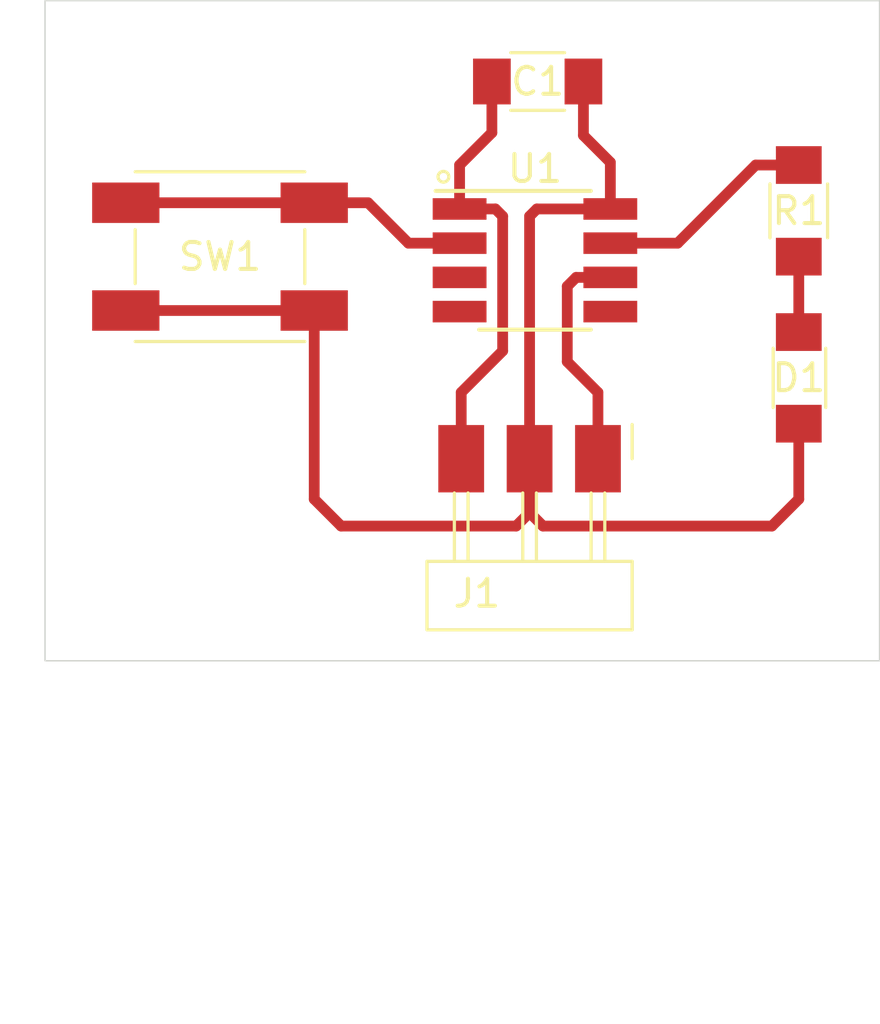
<source format=kicad_pcb>
(kicad_pcb (version 20240108) (generator "pcbnew") (generator_version "8.0")
  (layers (0 "F.Cu" signal) (31 "B.Cu" signal) (34 "B.Paste" user) (35 "F.Paste" user) (36 "B.SilkS" user "B.Silkscreen") (37 "F.SilkS" user "F.Silkscreen") (38 "B.Mask" user) (39 "F.Mask" user) (44 "Edge.Cuts" user))
  (net 0 "")
  (net 1 "/VCC")
  (net 2 "/GND")
  (net 3 "Net-(D1-A)")
  (net 4 "/UPDI")
  (net 5 "/LED")
  (net 6 "/BTN")
  (footprint "fab:PinHeader_1x03_P2.54mm_Horizontal_SMD" (layer "F.Cu") (at 75.54 73 -90)
    (property "Reference" "J1" (at 5 3.54 0) (layer "F.SilkS") (effects (justify right)))
    (property "Value" "Conn_PinHeader_1x03_P2.54mm_Horizontal_SMD")
    (fp_line (start 3.81 6.35) (end 3.81 -1.27) (stroke (width 0.12)) (layer "F.SilkS"))
    (fp_line (start 6.35 6.35) (end 3.81 6.35) (stroke (width 0.12)) (layer "F.SilkS"))
    (fp_line (start 3.81 5.334) (end 1.27 5.334) (stroke (width 0.12)) (layer "F.SilkS"))
    (fp_line (start 3.81 4.826) (end 1.27 4.826) (stroke (width 0.12)) (layer "F.SilkS"))
    (fp_line (start 3.81 2.794) (end 1.27 2.794) (stroke (width 0.12)) (layer "F.SilkS"))
    (fp_line (start 3.81 2.286) (end 1.27 2.286) (stroke (width 0.12)) (layer "F.SilkS"))
    (fp_line (start 3.81 0.254) (end 1.27 0.254) (stroke (width 0.12)) (layer "F.SilkS"))
    (fp_line (start 3.81 -0.254) (end 1.27 -0.254) (stroke (width 0.12)) (layer "F.SilkS"))
    (fp_line (start -1.27 -1.27) (end 0 -1.27) (stroke (width 0.12)) (layer "F.SilkS"))
    (fp_line (start 3.81 -1.27) (end 6.35 -1.27) (stroke (width 0.12)) (layer "F.SilkS"))
    (fp_line (start 6.35 -1.27) (end 6.35 6.35) (stroke (width 0.12)) (layer "F.SilkS"))
    (pad "1" smd rect (at 0 0 270) (size 2.5 1.7) (layers "F.Cu" "F.Paste" "F.Mask") (net 4 "/UPDI"))
    (pad "2" smd rect (at 0 2.54 270) (size 2.5 1.7) (layers "F.Cu" "F.Paste" "F.Mask") (net 2 "/GND"))
    (pad "3" smd rect (at 0 5.08 270) (size 2.5 1.7) (layers "F.Cu" "F.Paste" "F.Mask") (net 1 "/VCC"))
  )
  (footprint "fab:LED_1206" (layer "F.Cu") (at 83 70 90)
    (property "Reference" "D1" (at 0 0 180) (layer "F.SilkS"))
    (property "Value" "LED_1206")
    (fp_line (start -1.1 -0.95) (end 1.1 -0.95) (stroke (width 0.12)) (layer "F.SilkS"))
    (fp_line (start -1.1 1) (end 1.1 1) (stroke (width 0.12)) (layer "F.SilkS"))
    (pad "1" smd rect (at -1.7 0 90) (size 1.4 1.7) (layers "F.Cu" "F.Paste" "F.Mask") (net 2 "/GND"))
    (pad "2" smd rect (at 1.7 0 90) (size 1.4 1.7) (layers "F.Cu" "F.Paste" "F.Mask") (net 3 "Net-(D1-A)"))
  )
  (footprint "fab:Button_Omron_B3SN_6.0x6.0mm" (layer "F.Cu") (at 61.5 65.5 180)
    (property "Reference" "SW1" (at 0 0 0) (layer "F.SilkS"))
    (property "Value" "Switch_Tactile_Omron")
    (fp_line (start 3.15 3.15) (end -3.15 3.15) (stroke (width 0.12)) (layer "F.SilkS"))
    (fp_line (start 3.15 -1) (end 3.15 1) (stroke (width 0.12)) (layer "F.SilkS"))
    (fp_line (start -3.15 1) (end -3.15 -1) (stroke (width 0.12)) (layer "F.SilkS"))
    (fp_line (start -3.15 -3.15) (end 3.15 -3.15) (stroke (width 0.12)) (layer "F.SilkS"))
    (pad "1" smd rect (at -3.5 -2 180) (size 2.5 1.5) (layers "F.Cu" "F.Paste" "F.Mask") (net 2 "/GND"))
    (pad "1" smd rect (at 3.5 -2 180) (size 2.5 1.5) (layers "F.Cu" "F.Paste" "F.Mask") (net 2 "/GND"))
    (pad "2" smd rect (at -3.5 2 180) (size 2.5 1.5) (layers "F.Cu" "F.Paste" "F.Mask") (net 6 "/BTN"))
    (pad "2" smd rect (at 3.5 2 180) (size 2.5 1.5) (layers "F.Cu" "F.Paste" "F.Mask") (net 6 "/BTN"))
  )
  (footprint "fab:SOIC-8_3.9x4.9mm_P1.27mm" (layer "F.Cu") (at 73.2 65.635)
    (property "Reference" "U1" (at 0 -3.4 0) (layer "F.SilkS"))
    (property "Value" "Microcontroller_ATtiny412_SSFR")
    (fp_line (start -3.69 -2.575) (end 2.075 -2.575) (stroke (width 0.15)) (layer "F.SilkS"))
    (fp_line (start -2.075 2.575) (end 2.075 2.575) (stroke (width 0.15)) (layer "F.SilkS"))
    (fp_circle (center -3.4 -3.1) (end -3.2 -3.1) (stroke (width 0.12)) (fill none) (layer "F.SilkS"))
    (pad "1" smd rect (at -2.8 -1.905) (size 2 0.8) (layers "F.Cu" "F.Paste" "F.Mask") (net 1 "/VCC"))
    (pad "2" smd rect (at -2.8 -0.635) (size 2 0.8) (layers "F.Cu" "F.Paste" "F.Mask") (net 6 "/BTN"))
    (pad "3" smd rect (at -2.8 0.635) (size 2 0.8) (layers "F.Cu" "F.Paste" "F.Mask"))
    (pad "4" smd rect (at -2.8 1.905) (size 2 0.8) (layers "F.Cu" "F.Paste" "F.Mask"))
    (pad "5" smd rect (at 2.8 1.905) (size 2 0.8) (layers "F.Cu" "F.Paste" "F.Mask"))
    (pad "6" smd rect (at 2.8 0.635) (size 2 0.8) (layers "F.Cu" "F.Paste" "F.Mask") (net 4 "/UPDI"))
    (pad "7" smd rect (at 2.8 -0.635) (size 2 0.8) (layers "F.Cu" "F.Paste" "F.Mask") (net 5 "/LED"))
    (pad "8" smd rect (at 2.8 -1.905) (size 2 0.8) (layers "F.Cu" "F.Paste" "F.Mask") (net 2 "/GND"))
  )
  (footprint "fab:C_1206" (layer "F.Cu") (at 73.3 59 180)
    (property "Reference" "C1" (at 0 0 0) (layer "F.SilkS"))
    (property "Value" "1 uF")
    (fp_line (start 1 1.07) (end -1 1.07) (stroke (width 0.12)) (layer "F.SilkS"))
    (fp_line (start -1 -1.07) (end 1 -1.07) (stroke (width 0.12)) (layer "F.SilkS"))
    (pad "1" smd rect (at -1.7 0 180) (size 1.4 1.7) (layers "F.Cu" "F.Paste" "F.Mask") (net 2 "/GND"))
    (pad "2" smd rect (at 1.7 0 180) (size 1.4 1.7) (layers "F.Cu" "F.Paste" "F.Mask") (net 1 "/VCC"))
  )
  (footprint "fab:R_1206" (layer "F.Cu") (at 83 63.8 -90)
    (property "Reference" "R1" (at 0 0 0) (layer "F.SilkS"))
    (property "Value" "1k")
    (fp_line (start 1 1.07) (end -1 1.07) (stroke (width 0.12)) (layer "F.SilkS"))
    (fp_line (start -1 -1.07) (end 1 -1.07) (stroke (width 0.12)) (layer "F.SilkS"))
    (pad "1" smd rect (at -1.7 0 270) (size 1.4 1.7) (layers "F.Cu" "F.Paste" "F.Mask") (net 5 "/LED"))
    (pad "2" smd rect (at 1.7 0 270) (size 1.4 1.7) (layers "F.Cu" "F.Paste" "F.Mask") (net 3 "Net-(D1-A)"))
  )
  (gr_rect (start 55 56) (end 86 80.5) (stroke (width 0.05)) (fill none) (layer "Edge.Cuts"))
  (segment (start 71.6 60.9) (end 70.4 62.1) (width 0.4) (layer "F.Cu") (net 1))
  (segment (start 70.4 62.1) (end 70.4 63.73) (width 0.4) (layer "F.Cu") (net 1))
  (segment (start 70.46 73) (end 70.46 70.54) (width 0.4) (layer "F.Cu") (net 1))
  (segment (start 70.46 70.54) (end 72 69) (width 0.4) (layer "F.Cu") (net 1))
  (segment (start 71.73 63.73) (end 70.4 63.73) (width 0.4) (layer "F.Cu") (net 1))
  (segment (start 71.6 59) (end 71.6 60.9) (width 0.4) (layer "F.Cu") (net 1))
  (segment (start 72 64) (end 71.73 63.73) (width 0.4) (layer "F.Cu") (net 1))
  (segment (start 72 69) (end 72 64) (width 0.4) (layer "F.Cu") (net 1))
  (segment (start 66 75.5) (end 65 74.5) (width 0.4) (layer "F.Cu") (net 2))
  (segment (start 73.5 75.5) (end 82 75.5) (width 0.4) (layer "F.Cu") (net 2))
  (segment (start 73 73) (end 73 75) (width 0.4) (layer "F.Cu") (net 2))
  (segment (start 73 75) (end 73.5 75.5) (width 0.4) (layer "F.Cu") (net 2))
  (segment (start 65 74.5) (end 65 67.5) (width 0.4) (layer "F.Cu") (net 2))
  (segment (start 83 74.5) (end 83 71.7) (width 0.4) (layer "F.Cu") (net 2))
  (segment (start 75 59) (end 75 61) (width 0.4) (layer "F.Cu") (net 2))
  (segment (start 73.27 63.73) (end 76 63.73) (width 0.4) (layer "F.Cu") (net 2))
  (segment (start 73 75) (end 72.5 75.5) (width 0.4) (layer "F.Cu") (net 2))
  (segment (start 76 62) (end 76 63.73) (width 0.4) (layer "F.Cu") (net 2))
  (segment (start 75 61) (end 76 62) (width 0.4) (layer "F.Cu") (net 2))
  (segment (start 82 75.5) (end 83 74.5) (width 0.4) (layer "F.Cu") (net 2))
  (segment (start 73 73) (end 73 64) (width 0.4) (layer "F.Cu") (net 2))
  (segment (start 72.5 75.5) (end 66 75.5) (width 0.4) (layer "F.Cu") (net 2))
  (segment (start 73 64) (end 73.27 63.73) (width 0.4) (layer "F.Cu") (net 2))
  (segment (start 58 67.5) (end 65 67.5) (width 0.4) (layer "F.Cu") (net 2))
  (segment (start 83 65.5) (end 83 68.3) (width 0.4) (layer "F.Cu") (net 3))
  (segment (start 74.4 69.4) (end 75.54 70.54) (width 0.4) (layer "F.Cu") (net 4))
  (segment (start 75.54 70.54) (end 75.54 73) (width 0.4) (layer "F.Cu") (net 4))
  (segment (start 74.73 66.27) (end 74.4 66.6) (width 0.4) (layer "F.Cu") (net 4))
  (segment (start 74.4 66.6) (end 74.4 69.4) (width 0.4) (layer "F.Cu") (net 4))
  (segment (start 76 66.27) (end 74.73 66.27) (width 0.4) (layer "F.Cu") (net 4))
  (segment (start 76 65) (end 78.5 65) (width 0.4) (layer "F.Cu") (net 5))
  (segment (start 81.4 62.1) (end 83 62.1) (width 0.4) (layer "F.Cu") (net 5))
  (segment (start 78.5 65) (end 81.4 62.1) (width 0.4) (layer "F.Cu") (net 5))
  (segment (start 68.5 65) (end 70.4 65) (width 0.4) (layer "F.Cu") (net 6))
  (segment (start 67 63.5) (end 68.5 65) (width 0.4) (layer "F.Cu") (net 6))
  (segment (start 58 63.5) (end 65 63.5) (width 0.4) (layer "F.Cu") (net 6))
  (segment (start 65 63.5) (end 67 63.5) (width 0.4) (layer "F.Cu") (net 6))
)
</source>
